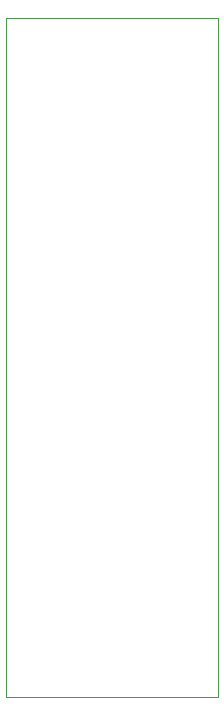
<source format=gbr>
%TF.GenerationSoftware,KiCad,Pcbnew,8.0.6*%
%TF.CreationDate,2025-01-15T19:29:55+01:00*%
%TF.ProjectId,boxmod,626f786d-6f64-42e6-9b69-6361645f7063,rev?*%
%TF.SameCoordinates,Original*%
%TF.FileFunction,Profile,NP*%
%FSLAX46Y46*%
G04 Gerber Fmt 4.6, Leading zero omitted, Abs format (unit mm)*
G04 Created by KiCad (PCBNEW 8.0.6) date 2025-01-15 19:29:55*
%MOMM*%
%LPD*%
G01*
G04 APERTURE LIST*
%TA.AperFunction,Profile*%
%ADD10C,0.050000*%
%TD*%
G04 APERTURE END LIST*
D10*
X86500000Y-51250000D02*
X104500000Y-51250000D01*
X104500000Y-108750000D01*
X86500000Y-108750000D01*
X86500000Y-51250000D01*
M02*

</source>
